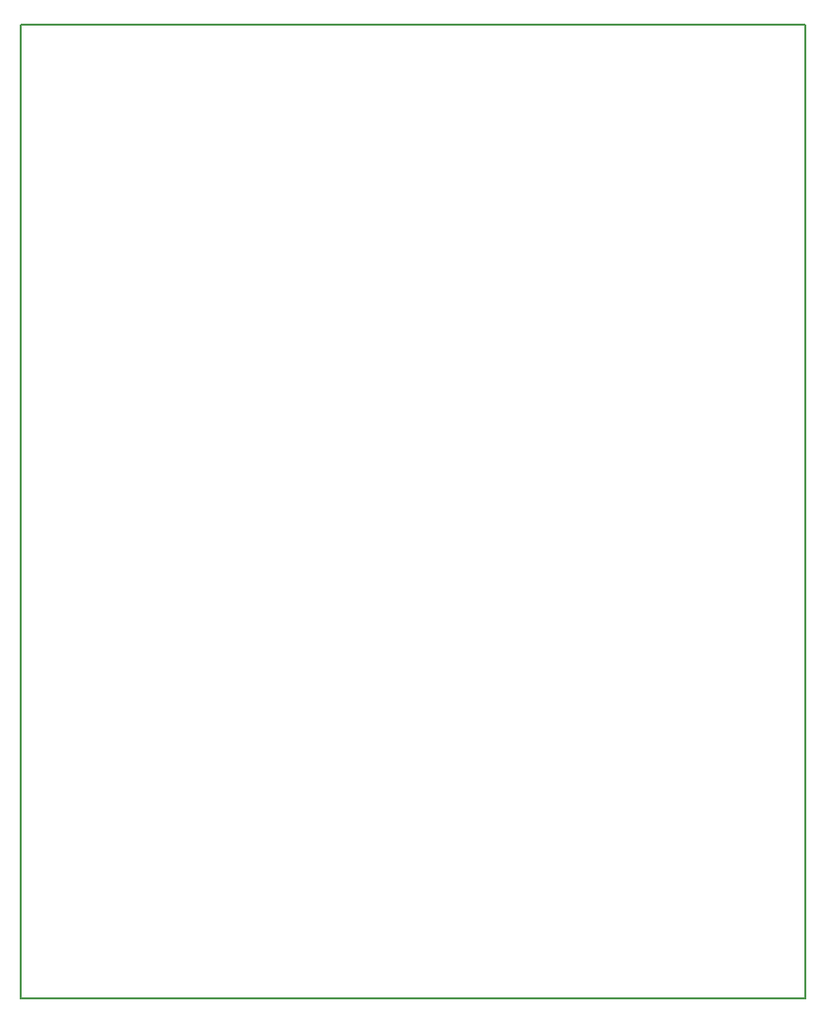
<source format=gbr>
G04 #@! TF.FileFunction,Profile,NP*
%FSLAX46Y46*%
G04 Gerber Fmt 4.6, Leading zero omitted, Abs format (unit mm)*
G04 Created by KiCad (PCBNEW 4.0.4-stable) date 03/03/17 01:36:37*
%MOMM*%
%LPD*%
G01*
G04 APERTURE LIST*
%ADD10C,0.100000*%
%ADD11C,0.150000*%
G04 APERTURE END LIST*
D10*
D11*
X67430000Y83566000D02*
X-10004Y83566000D01*
X67430000Y0D02*
X67430000Y83566000D01*
X-10006Y0D02*
X67430000Y0D01*
X-10000Y83570000D02*
X-10000Y-101D01*
M02*

</source>
